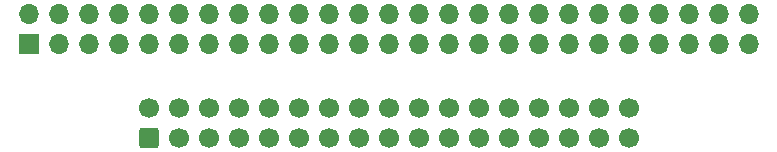
<source format=gbr>
%TF.GenerationSoftware,KiCad,Pcbnew,7.0.7*%
%TF.CreationDate,2023-09-16T00:08:42-05:00*%
%TF.ProjectId,50-to-34-pin-floppy-adapter,35302d74-6f2d-4333-942d-70696e2d666c,rev?*%
%TF.SameCoordinates,Original*%
%TF.FileFunction,Soldermask,Top*%
%TF.FilePolarity,Negative*%
%FSLAX46Y46*%
G04 Gerber Fmt 4.6, Leading zero omitted, Abs format (unit mm)*
G04 Created by KiCad (PCBNEW 7.0.7) date 2023-09-16 00:08:42*
%MOMM*%
%LPD*%
G01*
G04 APERTURE LIST*
G04 Aperture macros list*
%AMRoundRect*
0 Rectangle with rounded corners*
0 $1 Rounding radius*
0 $2 $3 $4 $5 $6 $7 $8 $9 X,Y pos of 4 corners*
0 Add a 4 corners polygon primitive as box body*
4,1,4,$2,$3,$4,$5,$6,$7,$8,$9,$2,$3,0*
0 Add four circle primitives for the rounded corners*
1,1,$1+$1,$2,$3*
1,1,$1+$1,$4,$5*
1,1,$1+$1,$6,$7*
1,1,$1+$1,$8,$9*
0 Add four rect primitives between the rounded corners*
20,1,$1+$1,$2,$3,$4,$5,0*
20,1,$1+$1,$4,$5,$6,$7,0*
20,1,$1+$1,$6,$7,$8,$9,0*
20,1,$1+$1,$8,$9,$2,$3,0*%
G04 Aperture macros list end*
%ADD10RoundRect,0.250000X0.600000X-0.600000X0.600000X0.600000X-0.600000X0.600000X-0.600000X-0.600000X0*%
%ADD11C,1.700000*%
%ADD12R,1.700000X1.700000*%
%ADD13O,1.700000X1.700000*%
G04 APERTURE END LIST*
D10*
%TO.C,J2*%
X146050000Y-71374000D03*
D11*
X146050000Y-68834000D03*
X148590000Y-71374000D03*
X148590000Y-68834000D03*
X151130000Y-71374000D03*
X151130000Y-68834000D03*
X153670000Y-71374000D03*
X153670000Y-68834000D03*
X156210000Y-71374000D03*
X156210000Y-68834000D03*
X158750000Y-71374000D03*
X158750000Y-68834000D03*
X161290000Y-71374000D03*
X161290000Y-68834000D03*
X163830000Y-71374000D03*
X163830000Y-68834000D03*
X166370000Y-71374000D03*
X166370000Y-68834000D03*
X168910000Y-71374000D03*
X168910000Y-68834000D03*
X171450000Y-71374000D03*
X171450000Y-68834000D03*
X173990000Y-71374000D03*
X173990000Y-68834000D03*
X176530000Y-71374000D03*
X176530000Y-68834000D03*
X179070000Y-71374000D03*
X179070000Y-68834000D03*
X181610000Y-71374000D03*
X181610000Y-68834000D03*
X184150000Y-71374000D03*
X184150000Y-68834000D03*
X186690000Y-71374000D03*
X186690000Y-68834000D03*
%TD*%
D12*
%TO.C,J1*%
X135890000Y-63373000D03*
D13*
X135890000Y-60833000D03*
X138430000Y-63373000D03*
X138430000Y-60833000D03*
X140970000Y-63373000D03*
X140970000Y-60833000D03*
X143510000Y-63373000D03*
X143510000Y-60833000D03*
X146050000Y-63373000D03*
X146050000Y-60833000D03*
X148590000Y-63373000D03*
X148590000Y-60833000D03*
X151130000Y-63373000D03*
X151130000Y-60833000D03*
X153670000Y-63373000D03*
X153670000Y-60833000D03*
X156210000Y-63373000D03*
X156210000Y-60833000D03*
X158750000Y-63373000D03*
X158750000Y-60833000D03*
X161290000Y-63373000D03*
X161290000Y-60833000D03*
X163830000Y-63373000D03*
X163830000Y-60833000D03*
X166370000Y-63373000D03*
X166370000Y-60833000D03*
X168910000Y-63373000D03*
X168910000Y-60833000D03*
X171450000Y-63373000D03*
X171450000Y-60833000D03*
X173990000Y-63373000D03*
X173990000Y-60833000D03*
X176530000Y-63373000D03*
X176530000Y-60833000D03*
X179070000Y-63373000D03*
X179070000Y-60833000D03*
X181610000Y-63373000D03*
X181610000Y-60833000D03*
X184150000Y-63373000D03*
X184150000Y-60833000D03*
X186690000Y-63373000D03*
X186690000Y-60833000D03*
X189230000Y-63373000D03*
X189230000Y-60833000D03*
X191770000Y-63373000D03*
X191770000Y-60833000D03*
X194310000Y-63373000D03*
X194310000Y-60833000D03*
X196850000Y-63373000D03*
X196850000Y-60833000D03*
%TD*%
M02*

</source>
